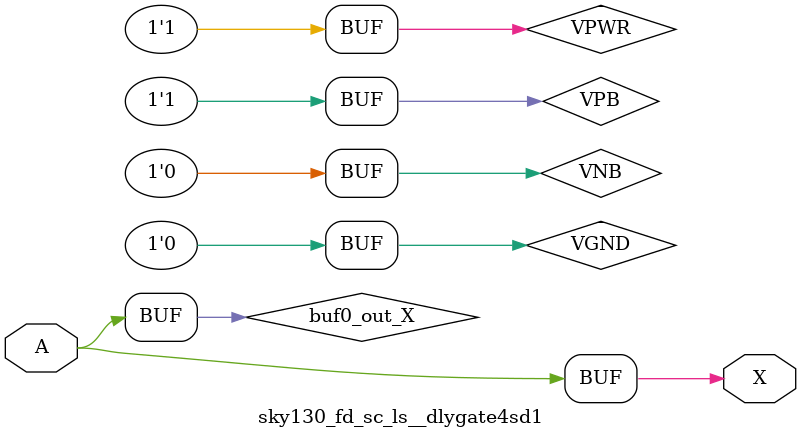
<source format=v>
/*
 * Copyright 2020 The SkyWater PDK Authors
 *
 * Licensed under the Apache License, Version 2.0 (the "License");
 * you may not use this file except in compliance with the License.
 * You may obtain a copy of the License at
 *
 *     https://www.apache.org/licenses/LICENSE-2.0
 *
 * Unless required by applicable law or agreed to in writing, software
 * distributed under the License is distributed on an "AS IS" BASIS,
 * WITHOUT WARRANTIES OR CONDITIONS OF ANY KIND, either express or implied.
 * See the License for the specific language governing permissions and
 * limitations under the License.
 *
 * SPDX-License-Identifier: Apache-2.0
*/


`ifndef SKY130_FD_SC_LS__DLYGATE4SD1_BEHAVIORAL_V
`define SKY130_FD_SC_LS__DLYGATE4SD1_BEHAVIORAL_V

/**
 * dlygate4sd1: Delay Buffer 4-stage 0.15um length inner stage gates.
 *
 * Verilog simulation functional model.
 */

`timescale 1ns / 1ps
`default_nettype none

`celldefine
module sky130_fd_sc_ls__dlygate4sd1 (
    X,
    A
);

    // Module ports
    output X;
    input  A;

    // Module supplies
    supply1 VPWR;
    supply0 VGND;
    supply1 VPB ;
    supply0 VNB ;

    // Local signals
    wire buf0_out_X;

    //  Name  Output      Other arguments
    buf buf0 (buf0_out_X, A              );
    buf buf1 (X         , buf0_out_X     );

endmodule
`endcelldefine

`default_nettype wire
`endif  // SKY130_FD_SC_LS__DLYGATE4SD1_BEHAVIORAL_V
</source>
